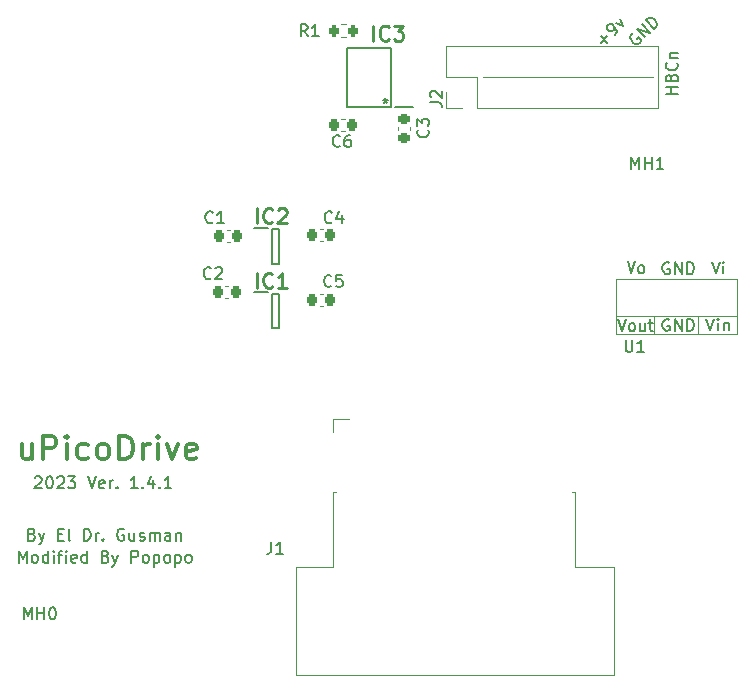
<source format=gto>
G04 #@! TF.GenerationSoftware,KiCad,Pcbnew,7.0.9-7.0.9~ubuntu22.04.1*
G04 #@! TF.CreationDate,2023-11-26T22:36:36+01:00*
G04 #@! TF.ProjectId,MicroPicoDrive,4d696372-6f50-4696-936f-44726976652e,1.4.1*
G04 #@! TF.SameCoordinates,Original*
G04 #@! TF.FileFunction,Legend,Top*
G04 #@! TF.FilePolarity,Positive*
%FSLAX46Y46*%
G04 Gerber Fmt 4.6, Leading zero omitted, Abs format (unit mm)*
G04 Created by KiCad (PCBNEW 7.0.9-7.0.9~ubuntu22.04.1) date 2023-11-26 22:36:36*
%MOMM*%
%LPD*%
G01*
G04 APERTURE LIST*
G04 Aperture macros list*
%AMRoundRect*
0 Rectangle with rounded corners*
0 $1 Rounding radius*
0 $2 $3 $4 $5 $6 $7 $8 $9 X,Y pos of 4 corners*
0 Add a 4 corners polygon primitive as box body*
4,1,4,$2,$3,$4,$5,$6,$7,$8,$9,$2,$3,0*
0 Add four circle primitives for the rounded corners*
1,1,$1+$1,$2,$3*
1,1,$1+$1,$4,$5*
1,1,$1+$1,$6,$7*
1,1,$1+$1,$8,$9*
0 Add four rect primitives between the rounded corners*
20,1,$1+$1,$2,$3,$4,$5,0*
20,1,$1+$1,$4,$5,$6,$7,0*
20,1,$1+$1,$6,$7,$8,$9,0*
20,1,$1+$1,$8,$9,$2,$3,0*%
G04 Aperture macros list end*
%ADD10C,0.100000*%
%ADD11C,0.150000*%
%ADD12C,0.300000*%
%ADD13C,0.254000*%
%ADD14C,0.120000*%
%ADD15C,0.200000*%
%ADD16RoundRect,0.225000X0.225000X0.250000X-0.225000X0.250000X-0.225000X-0.250000X0.225000X-0.250000X0*%
%ADD17C,3.500000*%
%ADD18RoundRect,0.225000X-0.225000X-0.250000X0.225000X-0.250000X0.225000X0.250000X-0.225000X0.250000X0*%
%ADD19R,1.200000X0.600000*%
%ADD20R,1.700000X1.700000*%
%ADD21O,1.700000X1.700000*%
%ADD22RoundRect,0.225000X-0.250000X0.225000X-0.250000X-0.225000X0.250000X-0.225000X0.250000X0.225000X0*%
%ADD23R,1.905000X2.000000*%
%ADD24O,1.905000X2.000000*%
%ADD25R,1.475000X0.450000*%
%ADD26RoundRect,0.200000X-0.200000X-0.275000X0.200000X-0.275000X0.200000X0.275000X-0.200000X0.275000X0*%
%ADD27O,1.800000X1.800000*%
%ADD28O,1.500000X1.500000*%
G04 APERTURE END LIST*
D10*
X158170000Y-80320000D02*
X172570000Y-80325000D01*
D11*
X173970588Y-96042438D02*
X173875350Y-95994819D01*
X173875350Y-95994819D02*
X173732493Y-95994819D01*
X173732493Y-95994819D02*
X173589636Y-96042438D01*
X173589636Y-96042438D02*
X173494398Y-96137676D01*
X173494398Y-96137676D02*
X173446779Y-96232914D01*
X173446779Y-96232914D02*
X173399160Y-96423390D01*
X173399160Y-96423390D02*
X173399160Y-96566247D01*
X173399160Y-96566247D02*
X173446779Y-96756723D01*
X173446779Y-96756723D02*
X173494398Y-96851961D01*
X173494398Y-96851961D02*
X173589636Y-96947200D01*
X173589636Y-96947200D02*
X173732493Y-96994819D01*
X173732493Y-96994819D02*
X173827731Y-96994819D01*
X173827731Y-96994819D02*
X173970588Y-96947200D01*
X173970588Y-96947200D02*
X174018207Y-96899580D01*
X174018207Y-96899580D02*
X174018207Y-96566247D01*
X174018207Y-96566247D02*
X173827731Y-96566247D01*
X174446779Y-96994819D02*
X174446779Y-95994819D01*
X174446779Y-95994819D02*
X175018207Y-96994819D01*
X175018207Y-96994819D02*
X175018207Y-95994819D01*
X175494398Y-96994819D02*
X175494398Y-95994819D01*
X175494398Y-95994819D02*
X175732493Y-95994819D01*
X175732493Y-95994819D02*
X175875350Y-96042438D01*
X175875350Y-96042438D02*
X175970588Y-96137676D01*
X175970588Y-96137676D02*
X176018207Y-96232914D01*
X176018207Y-96232914D02*
X176065826Y-96423390D01*
X176065826Y-96423390D02*
X176065826Y-96566247D01*
X176065826Y-96566247D02*
X176018207Y-96756723D01*
X176018207Y-96756723D02*
X175970588Y-96851961D01*
X175970588Y-96851961D02*
X175875350Y-96947200D01*
X175875350Y-96947200D02*
X175732493Y-96994819D01*
X175732493Y-96994819D02*
X175494398Y-96994819D01*
X173970588Y-100867438D02*
X173875350Y-100819819D01*
X173875350Y-100819819D02*
X173732493Y-100819819D01*
X173732493Y-100819819D02*
X173589636Y-100867438D01*
X173589636Y-100867438D02*
X173494398Y-100962676D01*
X173494398Y-100962676D02*
X173446779Y-101057914D01*
X173446779Y-101057914D02*
X173399160Y-101248390D01*
X173399160Y-101248390D02*
X173399160Y-101391247D01*
X173399160Y-101391247D02*
X173446779Y-101581723D01*
X173446779Y-101581723D02*
X173494398Y-101676961D01*
X173494398Y-101676961D02*
X173589636Y-101772200D01*
X173589636Y-101772200D02*
X173732493Y-101819819D01*
X173732493Y-101819819D02*
X173827731Y-101819819D01*
X173827731Y-101819819D02*
X173970588Y-101772200D01*
X173970588Y-101772200D02*
X174018207Y-101724580D01*
X174018207Y-101724580D02*
X174018207Y-101391247D01*
X174018207Y-101391247D02*
X173827731Y-101391247D01*
X174446779Y-101819819D02*
X174446779Y-100819819D01*
X174446779Y-100819819D02*
X175018207Y-101819819D01*
X175018207Y-101819819D02*
X175018207Y-100819819D01*
X175494398Y-101819819D02*
X175494398Y-100819819D01*
X175494398Y-100819819D02*
X175732493Y-100819819D01*
X175732493Y-100819819D02*
X175875350Y-100867438D01*
X175875350Y-100867438D02*
X175970588Y-100962676D01*
X175970588Y-100962676D02*
X176018207Y-101057914D01*
X176018207Y-101057914D02*
X176065826Y-101248390D01*
X176065826Y-101248390D02*
X176065826Y-101391247D01*
X176065826Y-101391247D02*
X176018207Y-101581723D01*
X176018207Y-101581723D02*
X175970588Y-101676961D01*
X175970588Y-101676961D02*
X175875350Y-101772200D01*
X175875350Y-101772200D02*
X175732493Y-101819819D01*
X175732493Y-101819819D02*
X175494398Y-101819819D01*
X149949636Y-82119819D02*
X149949636Y-82357914D01*
X149711541Y-82262676D02*
X149949636Y-82357914D01*
X149949636Y-82357914D02*
X150187731Y-82262676D01*
X149806779Y-82548390D02*
X149949636Y-82357914D01*
X149949636Y-82357914D02*
X150092493Y-82548390D01*
X170943041Y-76625984D02*
X170842026Y-76659656D01*
X170842026Y-76659656D02*
X170741010Y-76760671D01*
X170741010Y-76760671D02*
X170673667Y-76895358D01*
X170673667Y-76895358D02*
X170673667Y-77030046D01*
X170673667Y-77030046D02*
X170707339Y-77131061D01*
X170707339Y-77131061D02*
X170808354Y-77299420D01*
X170808354Y-77299420D02*
X170909369Y-77400435D01*
X170909369Y-77400435D02*
X171077728Y-77501450D01*
X171077728Y-77501450D02*
X171178743Y-77535122D01*
X171178743Y-77535122D02*
X171313430Y-77535122D01*
X171313430Y-77535122D02*
X171448117Y-77467778D01*
X171448117Y-77467778D02*
X171515461Y-77400435D01*
X171515461Y-77400435D02*
X171582804Y-77265748D01*
X171582804Y-77265748D02*
X171582804Y-77198404D01*
X171582804Y-77198404D02*
X171347102Y-76962702D01*
X171347102Y-76962702D02*
X171212415Y-77097389D01*
X171953193Y-76962702D02*
X171246087Y-76255595D01*
X171246087Y-76255595D02*
X172357254Y-76558641D01*
X172357254Y-76558641D02*
X171650148Y-75851534D01*
X172693972Y-76221924D02*
X171986865Y-75514817D01*
X171986865Y-75514817D02*
X172155224Y-75346458D01*
X172155224Y-75346458D02*
X172289911Y-75279114D01*
X172289911Y-75279114D02*
X172424598Y-75279114D01*
X172424598Y-75279114D02*
X172525613Y-75312786D01*
X172525613Y-75312786D02*
X172693972Y-75413801D01*
X172693972Y-75413801D02*
X172794987Y-75514817D01*
X172794987Y-75514817D02*
X172896002Y-75683175D01*
X172896002Y-75683175D02*
X172929674Y-75784191D01*
X172929674Y-75784191D02*
X172929674Y-75918878D01*
X172929674Y-75918878D02*
X172862331Y-76053565D01*
X172862331Y-76053565D02*
X172693972Y-76221924D01*
X168176713Y-77400435D02*
X168715461Y-76861687D01*
X168715461Y-77400435D02*
X168176713Y-76861687D01*
X169355224Y-76760672D02*
X169489911Y-76625985D01*
X169489911Y-76625985D02*
X169523582Y-76524969D01*
X169523582Y-76524969D02*
X169523582Y-76457626D01*
X169523582Y-76457626D02*
X169489911Y-76289267D01*
X169489911Y-76289267D02*
X169388895Y-76120908D01*
X169388895Y-76120908D02*
X169119521Y-75851534D01*
X169119521Y-75851534D02*
X169018506Y-75817863D01*
X169018506Y-75817863D02*
X168951163Y-75817863D01*
X168951163Y-75817863D02*
X168850147Y-75851534D01*
X168850147Y-75851534D02*
X168715460Y-75986221D01*
X168715460Y-75986221D02*
X168681789Y-76087237D01*
X168681789Y-76087237D02*
X168681789Y-76154580D01*
X168681789Y-76154580D02*
X168715460Y-76255595D01*
X168715460Y-76255595D02*
X168883819Y-76423954D01*
X168883819Y-76423954D02*
X168984834Y-76457626D01*
X168984834Y-76457626D02*
X169052178Y-76457626D01*
X169052178Y-76457626D02*
X169153193Y-76423954D01*
X169153193Y-76423954D02*
X169287880Y-76289267D01*
X169287880Y-76289267D02*
X169321552Y-76188252D01*
X169321552Y-76188252D02*
X169321552Y-76120908D01*
X169321552Y-76120908D02*
X169287880Y-76019893D01*
X169456239Y-75716847D02*
X170096002Y-76019893D01*
X170096002Y-76019893D02*
X169792956Y-75380130D01*
X169679160Y-100829819D02*
X169995826Y-101829819D01*
X169995826Y-101829819D02*
X170312493Y-100829819D01*
X170764874Y-101829819D02*
X170674398Y-101782200D01*
X170674398Y-101782200D02*
X170629160Y-101734580D01*
X170629160Y-101734580D02*
X170583922Y-101639342D01*
X170583922Y-101639342D02*
X170583922Y-101353628D01*
X170583922Y-101353628D02*
X170629160Y-101258390D01*
X170629160Y-101258390D02*
X170674398Y-101210771D01*
X170674398Y-101210771D02*
X170764874Y-101163152D01*
X170764874Y-101163152D02*
X170900589Y-101163152D01*
X170900589Y-101163152D02*
X170991065Y-101210771D01*
X170991065Y-101210771D02*
X171036303Y-101258390D01*
X171036303Y-101258390D02*
X171081541Y-101353628D01*
X171081541Y-101353628D02*
X171081541Y-101639342D01*
X171081541Y-101639342D02*
X171036303Y-101734580D01*
X171036303Y-101734580D02*
X170991065Y-101782200D01*
X170991065Y-101782200D02*
X170900589Y-101829819D01*
X170900589Y-101829819D02*
X170764874Y-101829819D01*
X171895827Y-101163152D02*
X171895827Y-101829819D01*
X171488684Y-101163152D02*
X171488684Y-101686961D01*
X171488684Y-101686961D02*
X171533922Y-101782200D01*
X171533922Y-101782200D02*
X171624398Y-101829819D01*
X171624398Y-101829819D02*
X171760113Y-101829819D01*
X171760113Y-101829819D02*
X171850589Y-101782200D01*
X171850589Y-101782200D02*
X171895827Y-101734580D01*
X172212494Y-101163152D02*
X172574398Y-101163152D01*
X172348208Y-100829819D02*
X172348208Y-101686961D01*
X172348208Y-101686961D02*
X172393446Y-101782200D01*
X172393446Y-101782200D02*
X172483922Y-101829819D01*
X172483922Y-101829819D02*
X172574398Y-101829819D01*
X120264286Y-114225057D02*
X120311905Y-114177438D01*
X120311905Y-114177438D02*
X120407143Y-114129819D01*
X120407143Y-114129819D02*
X120645238Y-114129819D01*
X120645238Y-114129819D02*
X120740476Y-114177438D01*
X120740476Y-114177438D02*
X120788095Y-114225057D01*
X120788095Y-114225057D02*
X120835714Y-114320295D01*
X120835714Y-114320295D02*
X120835714Y-114415533D01*
X120835714Y-114415533D02*
X120788095Y-114558390D01*
X120788095Y-114558390D02*
X120216667Y-115129819D01*
X120216667Y-115129819D02*
X120835714Y-115129819D01*
X121454762Y-114129819D02*
X121550000Y-114129819D01*
X121550000Y-114129819D02*
X121645238Y-114177438D01*
X121645238Y-114177438D02*
X121692857Y-114225057D01*
X121692857Y-114225057D02*
X121740476Y-114320295D01*
X121740476Y-114320295D02*
X121788095Y-114510771D01*
X121788095Y-114510771D02*
X121788095Y-114748866D01*
X121788095Y-114748866D02*
X121740476Y-114939342D01*
X121740476Y-114939342D02*
X121692857Y-115034580D01*
X121692857Y-115034580D02*
X121645238Y-115082200D01*
X121645238Y-115082200D02*
X121550000Y-115129819D01*
X121550000Y-115129819D02*
X121454762Y-115129819D01*
X121454762Y-115129819D02*
X121359524Y-115082200D01*
X121359524Y-115082200D02*
X121311905Y-115034580D01*
X121311905Y-115034580D02*
X121264286Y-114939342D01*
X121264286Y-114939342D02*
X121216667Y-114748866D01*
X121216667Y-114748866D02*
X121216667Y-114510771D01*
X121216667Y-114510771D02*
X121264286Y-114320295D01*
X121264286Y-114320295D02*
X121311905Y-114225057D01*
X121311905Y-114225057D02*
X121359524Y-114177438D01*
X121359524Y-114177438D02*
X121454762Y-114129819D01*
X122169048Y-114225057D02*
X122216667Y-114177438D01*
X122216667Y-114177438D02*
X122311905Y-114129819D01*
X122311905Y-114129819D02*
X122550000Y-114129819D01*
X122550000Y-114129819D02*
X122645238Y-114177438D01*
X122645238Y-114177438D02*
X122692857Y-114225057D01*
X122692857Y-114225057D02*
X122740476Y-114320295D01*
X122740476Y-114320295D02*
X122740476Y-114415533D01*
X122740476Y-114415533D02*
X122692857Y-114558390D01*
X122692857Y-114558390D02*
X122121429Y-115129819D01*
X122121429Y-115129819D02*
X122740476Y-115129819D01*
X123073810Y-114129819D02*
X123692857Y-114129819D01*
X123692857Y-114129819D02*
X123359524Y-114510771D01*
X123359524Y-114510771D02*
X123502381Y-114510771D01*
X123502381Y-114510771D02*
X123597619Y-114558390D01*
X123597619Y-114558390D02*
X123645238Y-114606009D01*
X123645238Y-114606009D02*
X123692857Y-114701247D01*
X123692857Y-114701247D02*
X123692857Y-114939342D01*
X123692857Y-114939342D02*
X123645238Y-115034580D01*
X123645238Y-115034580D02*
X123597619Y-115082200D01*
X123597619Y-115082200D02*
X123502381Y-115129819D01*
X123502381Y-115129819D02*
X123216667Y-115129819D01*
X123216667Y-115129819D02*
X123121429Y-115082200D01*
X123121429Y-115082200D02*
X123073810Y-115034580D01*
X124740477Y-114129819D02*
X125073810Y-115129819D01*
X125073810Y-115129819D02*
X125407143Y-114129819D01*
X126121429Y-115082200D02*
X126026191Y-115129819D01*
X126026191Y-115129819D02*
X125835715Y-115129819D01*
X125835715Y-115129819D02*
X125740477Y-115082200D01*
X125740477Y-115082200D02*
X125692858Y-114986961D01*
X125692858Y-114986961D02*
X125692858Y-114606009D01*
X125692858Y-114606009D02*
X125740477Y-114510771D01*
X125740477Y-114510771D02*
X125835715Y-114463152D01*
X125835715Y-114463152D02*
X126026191Y-114463152D01*
X126026191Y-114463152D02*
X126121429Y-114510771D01*
X126121429Y-114510771D02*
X126169048Y-114606009D01*
X126169048Y-114606009D02*
X126169048Y-114701247D01*
X126169048Y-114701247D02*
X125692858Y-114796485D01*
X126597620Y-115129819D02*
X126597620Y-114463152D01*
X126597620Y-114653628D02*
X126645239Y-114558390D01*
X126645239Y-114558390D02*
X126692858Y-114510771D01*
X126692858Y-114510771D02*
X126788096Y-114463152D01*
X126788096Y-114463152D02*
X126883334Y-114463152D01*
X127216668Y-115034580D02*
X127264287Y-115082200D01*
X127264287Y-115082200D02*
X127216668Y-115129819D01*
X127216668Y-115129819D02*
X127169049Y-115082200D01*
X127169049Y-115082200D02*
X127216668Y-115034580D01*
X127216668Y-115034580D02*
X127216668Y-115129819D01*
X128978572Y-115129819D02*
X128407144Y-115129819D01*
X128692858Y-115129819D02*
X128692858Y-114129819D01*
X128692858Y-114129819D02*
X128597620Y-114272676D01*
X128597620Y-114272676D02*
X128502382Y-114367914D01*
X128502382Y-114367914D02*
X128407144Y-114415533D01*
X129407144Y-115034580D02*
X129454763Y-115082200D01*
X129454763Y-115082200D02*
X129407144Y-115129819D01*
X129407144Y-115129819D02*
X129359525Y-115082200D01*
X129359525Y-115082200D02*
X129407144Y-115034580D01*
X129407144Y-115034580D02*
X129407144Y-115129819D01*
X130311905Y-114463152D02*
X130311905Y-115129819D01*
X130073810Y-114082200D02*
X129835715Y-114796485D01*
X129835715Y-114796485D02*
X130454762Y-114796485D01*
X130835715Y-115034580D02*
X130883334Y-115082200D01*
X130883334Y-115082200D02*
X130835715Y-115129819D01*
X130835715Y-115129819D02*
X130788096Y-115082200D01*
X130788096Y-115082200D02*
X130835715Y-115034580D01*
X130835715Y-115034580D02*
X130835715Y-115129819D01*
X131835714Y-115129819D02*
X131264286Y-115129819D01*
X131550000Y-115129819D02*
X131550000Y-114129819D01*
X131550000Y-114129819D02*
X131454762Y-114272676D01*
X131454762Y-114272676D02*
X131359524Y-114367914D01*
X131359524Y-114367914D02*
X131264286Y-114415533D01*
X118914285Y-121429819D02*
X118914285Y-120429819D01*
X118914285Y-120429819D02*
X119247618Y-121144104D01*
X119247618Y-121144104D02*
X119580951Y-120429819D01*
X119580951Y-120429819D02*
X119580951Y-121429819D01*
X120199999Y-121429819D02*
X120104761Y-121382200D01*
X120104761Y-121382200D02*
X120057142Y-121334580D01*
X120057142Y-121334580D02*
X120009523Y-121239342D01*
X120009523Y-121239342D02*
X120009523Y-120953628D01*
X120009523Y-120953628D02*
X120057142Y-120858390D01*
X120057142Y-120858390D02*
X120104761Y-120810771D01*
X120104761Y-120810771D02*
X120199999Y-120763152D01*
X120199999Y-120763152D02*
X120342856Y-120763152D01*
X120342856Y-120763152D02*
X120438094Y-120810771D01*
X120438094Y-120810771D02*
X120485713Y-120858390D01*
X120485713Y-120858390D02*
X120533332Y-120953628D01*
X120533332Y-120953628D02*
X120533332Y-121239342D01*
X120533332Y-121239342D02*
X120485713Y-121334580D01*
X120485713Y-121334580D02*
X120438094Y-121382200D01*
X120438094Y-121382200D02*
X120342856Y-121429819D01*
X120342856Y-121429819D02*
X120199999Y-121429819D01*
X121390475Y-121429819D02*
X121390475Y-120429819D01*
X121390475Y-121382200D02*
X121295237Y-121429819D01*
X121295237Y-121429819D02*
X121104761Y-121429819D01*
X121104761Y-121429819D02*
X121009523Y-121382200D01*
X121009523Y-121382200D02*
X120961904Y-121334580D01*
X120961904Y-121334580D02*
X120914285Y-121239342D01*
X120914285Y-121239342D02*
X120914285Y-120953628D01*
X120914285Y-120953628D02*
X120961904Y-120858390D01*
X120961904Y-120858390D02*
X121009523Y-120810771D01*
X121009523Y-120810771D02*
X121104761Y-120763152D01*
X121104761Y-120763152D02*
X121295237Y-120763152D01*
X121295237Y-120763152D02*
X121390475Y-120810771D01*
X121866666Y-121429819D02*
X121866666Y-120763152D01*
X121866666Y-120429819D02*
X121819047Y-120477438D01*
X121819047Y-120477438D02*
X121866666Y-120525057D01*
X121866666Y-120525057D02*
X121914285Y-120477438D01*
X121914285Y-120477438D02*
X121866666Y-120429819D01*
X121866666Y-120429819D02*
X121866666Y-120525057D01*
X122199999Y-120763152D02*
X122580951Y-120763152D01*
X122342856Y-121429819D02*
X122342856Y-120572676D01*
X122342856Y-120572676D02*
X122390475Y-120477438D01*
X122390475Y-120477438D02*
X122485713Y-120429819D01*
X122485713Y-120429819D02*
X122580951Y-120429819D01*
X122914285Y-121429819D02*
X122914285Y-120763152D01*
X122914285Y-120429819D02*
X122866666Y-120477438D01*
X122866666Y-120477438D02*
X122914285Y-120525057D01*
X122914285Y-120525057D02*
X122961904Y-120477438D01*
X122961904Y-120477438D02*
X122914285Y-120429819D01*
X122914285Y-120429819D02*
X122914285Y-120525057D01*
X123771427Y-121382200D02*
X123676189Y-121429819D01*
X123676189Y-121429819D02*
X123485713Y-121429819D01*
X123485713Y-121429819D02*
X123390475Y-121382200D01*
X123390475Y-121382200D02*
X123342856Y-121286961D01*
X123342856Y-121286961D02*
X123342856Y-120906009D01*
X123342856Y-120906009D02*
X123390475Y-120810771D01*
X123390475Y-120810771D02*
X123485713Y-120763152D01*
X123485713Y-120763152D02*
X123676189Y-120763152D01*
X123676189Y-120763152D02*
X123771427Y-120810771D01*
X123771427Y-120810771D02*
X123819046Y-120906009D01*
X123819046Y-120906009D02*
X123819046Y-121001247D01*
X123819046Y-121001247D02*
X123342856Y-121096485D01*
X124676189Y-121429819D02*
X124676189Y-120429819D01*
X124676189Y-121382200D02*
X124580951Y-121429819D01*
X124580951Y-121429819D02*
X124390475Y-121429819D01*
X124390475Y-121429819D02*
X124295237Y-121382200D01*
X124295237Y-121382200D02*
X124247618Y-121334580D01*
X124247618Y-121334580D02*
X124199999Y-121239342D01*
X124199999Y-121239342D02*
X124199999Y-120953628D01*
X124199999Y-120953628D02*
X124247618Y-120858390D01*
X124247618Y-120858390D02*
X124295237Y-120810771D01*
X124295237Y-120810771D02*
X124390475Y-120763152D01*
X124390475Y-120763152D02*
X124580951Y-120763152D01*
X124580951Y-120763152D02*
X124676189Y-120810771D01*
X126247618Y-120906009D02*
X126390475Y-120953628D01*
X126390475Y-120953628D02*
X126438094Y-121001247D01*
X126438094Y-121001247D02*
X126485713Y-121096485D01*
X126485713Y-121096485D02*
X126485713Y-121239342D01*
X126485713Y-121239342D02*
X126438094Y-121334580D01*
X126438094Y-121334580D02*
X126390475Y-121382200D01*
X126390475Y-121382200D02*
X126295237Y-121429819D01*
X126295237Y-121429819D02*
X125914285Y-121429819D01*
X125914285Y-121429819D02*
X125914285Y-120429819D01*
X125914285Y-120429819D02*
X126247618Y-120429819D01*
X126247618Y-120429819D02*
X126342856Y-120477438D01*
X126342856Y-120477438D02*
X126390475Y-120525057D01*
X126390475Y-120525057D02*
X126438094Y-120620295D01*
X126438094Y-120620295D02*
X126438094Y-120715533D01*
X126438094Y-120715533D02*
X126390475Y-120810771D01*
X126390475Y-120810771D02*
X126342856Y-120858390D01*
X126342856Y-120858390D02*
X126247618Y-120906009D01*
X126247618Y-120906009D02*
X125914285Y-120906009D01*
X126819047Y-120763152D02*
X127057142Y-121429819D01*
X127295237Y-120763152D02*
X127057142Y-121429819D01*
X127057142Y-121429819D02*
X126961904Y-121667914D01*
X126961904Y-121667914D02*
X126914285Y-121715533D01*
X126914285Y-121715533D02*
X126819047Y-121763152D01*
X128438095Y-121429819D02*
X128438095Y-120429819D01*
X128438095Y-120429819D02*
X128819047Y-120429819D01*
X128819047Y-120429819D02*
X128914285Y-120477438D01*
X128914285Y-120477438D02*
X128961904Y-120525057D01*
X128961904Y-120525057D02*
X129009523Y-120620295D01*
X129009523Y-120620295D02*
X129009523Y-120763152D01*
X129009523Y-120763152D02*
X128961904Y-120858390D01*
X128961904Y-120858390D02*
X128914285Y-120906009D01*
X128914285Y-120906009D02*
X128819047Y-120953628D01*
X128819047Y-120953628D02*
X128438095Y-120953628D01*
X129580952Y-121429819D02*
X129485714Y-121382200D01*
X129485714Y-121382200D02*
X129438095Y-121334580D01*
X129438095Y-121334580D02*
X129390476Y-121239342D01*
X129390476Y-121239342D02*
X129390476Y-120953628D01*
X129390476Y-120953628D02*
X129438095Y-120858390D01*
X129438095Y-120858390D02*
X129485714Y-120810771D01*
X129485714Y-120810771D02*
X129580952Y-120763152D01*
X129580952Y-120763152D02*
X129723809Y-120763152D01*
X129723809Y-120763152D02*
X129819047Y-120810771D01*
X129819047Y-120810771D02*
X129866666Y-120858390D01*
X129866666Y-120858390D02*
X129914285Y-120953628D01*
X129914285Y-120953628D02*
X129914285Y-121239342D01*
X129914285Y-121239342D02*
X129866666Y-121334580D01*
X129866666Y-121334580D02*
X129819047Y-121382200D01*
X129819047Y-121382200D02*
X129723809Y-121429819D01*
X129723809Y-121429819D02*
X129580952Y-121429819D01*
X130342857Y-120763152D02*
X130342857Y-121763152D01*
X130342857Y-120810771D02*
X130438095Y-120763152D01*
X130438095Y-120763152D02*
X130628571Y-120763152D01*
X130628571Y-120763152D02*
X130723809Y-120810771D01*
X130723809Y-120810771D02*
X130771428Y-120858390D01*
X130771428Y-120858390D02*
X130819047Y-120953628D01*
X130819047Y-120953628D02*
X130819047Y-121239342D01*
X130819047Y-121239342D02*
X130771428Y-121334580D01*
X130771428Y-121334580D02*
X130723809Y-121382200D01*
X130723809Y-121382200D02*
X130628571Y-121429819D01*
X130628571Y-121429819D02*
X130438095Y-121429819D01*
X130438095Y-121429819D02*
X130342857Y-121382200D01*
X131390476Y-121429819D02*
X131295238Y-121382200D01*
X131295238Y-121382200D02*
X131247619Y-121334580D01*
X131247619Y-121334580D02*
X131200000Y-121239342D01*
X131200000Y-121239342D02*
X131200000Y-120953628D01*
X131200000Y-120953628D02*
X131247619Y-120858390D01*
X131247619Y-120858390D02*
X131295238Y-120810771D01*
X131295238Y-120810771D02*
X131390476Y-120763152D01*
X131390476Y-120763152D02*
X131533333Y-120763152D01*
X131533333Y-120763152D02*
X131628571Y-120810771D01*
X131628571Y-120810771D02*
X131676190Y-120858390D01*
X131676190Y-120858390D02*
X131723809Y-120953628D01*
X131723809Y-120953628D02*
X131723809Y-121239342D01*
X131723809Y-121239342D02*
X131676190Y-121334580D01*
X131676190Y-121334580D02*
X131628571Y-121382200D01*
X131628571Y-121382200D02*
X131533333Y-121429819D01*
X131533333Y-121429819D02*
X131390476Y-121429819D01*
X132152381Y-120763152D02*
X132152381Y-121763152D01*
X132152381Y-120810771D02*
X132247619Y-120763152D01*
X132247619Y-120763152D02*
X132438095Y-120763152D01*
X132438095Y-120763152D02*
X132533333Y-120810771D01*
X132533333Y-120810771D02*
X132580952Y-120858390D01*
X132580952Y-120858390D02*
X132628571Y-120953628D01*
X132628571Y-120953628D02*
X132628571Y-121239342D01*
X132628571Y-121239342D02*
X132580952Y-121334580D01*
X132580952Y-121334580D02*
X132533333Y-121382200D01*
X132533333Y-121382200D02*
X132438095Y-121429819D01*
X132438095Y-121429819D02*
X132247619Y-121429819D01*
X132247619Y-121429819D02*
X132152381Y-121382200D01*
X133200000Y-121429819D02*
X133104762Y-121382200D01*
X133104762Y-121382200D02*
X133057143Y-121334580D01*
X133057143Y-121334580D02*
X133009524Y-121239342D01*
X133009524Y-121239342D02*
X133009524Y-120953628D01*
X133009524Y-120953628D02*
X133057143Y-120858390D01*
X133057143Y-120858390D02*
X133104762Y-120810771D01*
X133104762Y-120810771D02*
X133200000Y-120763152D01*
X133200000Y-120763152D02*
X133342857Y-120763152D01*
X133342857Y-120763152D02*
X133438095Y-120810771D01*
X133438095Y-120810771D02*
X133485714Y-120858390D01*
X133485714Y-120858390D02*
X133533333Y-120953628D01*
X133533333Y-120953628D02*
X133533333Y-121239342D01*
X133533333Y-121239342D02*
X133485714Y-121334580D01*
X133485714Y-121334580D02*
X133438095Y-121382200D01*
X133438095Y-121382200D02*
X133342857Y-121429819D01*
X133342857Y-121429819D02*
X133200000Y-121429819D01*
X174689819Y-81738220D02*
X173689819Y-81738220D01*
X174166009Y-81738220D02*
X174166009Y-81166792D01*
X174689819Y-81166792D02*
X173689819Y-81166792D01*
X174166009Y-80357268D02*
X174213628Y-80214411D01*
X174213628Y-80214411D02*
X174261247Y-80166792D01*
X174261247Y-80166792D02*
X174356485Y-80119173D01*
X174356485Y-80119173D02*
X174499342Y-80119173D01*
X174499342Y-80119173D02*
X174594580Y-80166792D01*
X174594580Y-80166792D02*
X174642200Y-80214411D01*
X174642200Y-80214411D02*
X174689819Y-80309649D01*
X174689819Y-80309649D02*
X174689819Y-80690601D01*
X174689819Y-80690601D02*
X173689819Y-80690601D01*
X173689819Y-80690601D02*
X173689819Y-80357268D01*
X173689819Y-80357268D02*
X173737438Y-80262030D01*
X173737438Y-80262030D02*
X173785057Y-80214411D01*
X173785057Y-80214411D02*
X173880295Y-80166792D01*
X173880295Y-80166792D02*
X173975533Y-80166792D01*
X173975533Y-80166792D02*
X174070771Y-80214411D01*
X174070771Y-80214411D02*
X174118390Y-80262030D01*
X174118390Y-80262030D02*
X174166009Y-80357268D01*
X174166009Y-80357268D02*
X174166009Y-80690601D01*
X174594580Y-79119173D02*
X174642200Y-79166792D01*
X174642200Y-79166792D02*
X174689819Y-79309649D01*
X174689819Y-79309649D02*
X174689819Y-79404887D01*
X174689819Y-79404887D02*
X174642200Y-79547744D01*
X174642200Y-79547744D02*
X174546961Y-79642982D01*
X174546961Y-79642982D02*
X174451723Y-79690601D01*
X174451723Y-79690601D02*
X174261247Y-79738220D01*
X174261247Y-79738220D02*
X174118390Y-79738220D01*
X174118390Y-79738220D02*
X173927914Y-79690601D01*
X173927914Y-79690601D02*
X173832676Y-79642982D01*
X173832676Y-79642982D02*
X173737438Y-79547744D01*
X173737438Y-79547744D02*
X173689819Y-79404887D01*
X173689819Y-79404887D02*
X173689819Y-79309649D01*
X173689819Y-79309649D02*
X173737438Y-79166792D01*
X173737438Y-79166792D02*
X173785057Y-79119173D01*
X174023152Y-78690601D02*
X174689819Y-78690601D01*
X174118390Y-78690601D02*
X174070771Y-78642982D01*
X174070771Y-78642982D02*
X174023152Y-78547744D01*
X174023152Y-78547744D02*
X174023152Y-78404887D01*
X174023152Y-78404887D02*
X174070771Y-78309649D01*
X174070771Y-78309649D02*
X174166009Y-78262030D01*
X174166009Y-78262030D02*
X174689819Y-78262030D01*
X177103922Y-100769819D02*
X177437255Y-101769819D01*
X177437255Y-101769819D02*
X177770588Y-100769819D01*
X178103922Y-101769819D02*
X178103922Y-101103152D01*
X178103922Y-100769819D02*
X178056303Y-100817438D01*
X178056303Y-100817438D02*
X178103922Y-100865057D01*
X178103922Y-100865057D02*
X178151541Y-100817438D01*
X178151541Y-100817438D02*
X178103922Y-100769819D01*
X178103922Y-100769819D02*
X178103922Y-100865057D01*
X178580112Y-101103152D02*
X178580112Y-101769819D01*
X178580112Y-101198390D02*
X178627731Y-101150771D01*
X178627731Y-101150771D02*
X178722969Y-101103152D01*
X178722969Y-101103152D02*
X178865826Y-101103152D01*
X178865826Y-101103152D02*
X178961064Y-101150771D01*
X178961064Y-101150771D02*
X179008683Y-101246009D01*
X179008683Y-101246009D02*
X179008683Y-101769819D01*
X120032142Y-119031009D02*
X120174999Y-119078628D01*
X120174999Y-119078628D02*
X120222618Y-119126247D01*
X120222618Y-119126247D02*
X120270237Y-119221485D01*
X120270237Y-119221485D02*
X120270237Y-119364342D01*
X120270237Y-119364342D02*
X120222618Y-119459580D01*
X120222618Y-119459580D02*
X120174999Y-119507200D01*
X120174999Y-119507200D02*
X120079761Y-119554819D01*
X120079761Y-119554819D02*
X119698809Y-119554819D01*
X119698809Y-119554819D02*
X119698809Y-118554819D01*
X119698809Y-118554819D02*
X120032142Y-118554819D01*
X120032142Y-118554819D02*
X120127380Y-118602438D01*
X120127380Y-118602438D02*
X120174999Y-118650057D01*
X120174999Y-118650057D02*
X120222618Y-118745295D01*
X120222618Y-118745295D02*
X120222618Y-118840533D01*
X120222618Y-118840533D02*
X120174999Y-118935771D01*
X120174999Y-118935771D02*
X120127380Y-118983390D01*
X120127380Y-118983390D02*
X120032142Y-119031009D01*
X120032142Y-119031009D02*
X119698809Y-119031009D01*
X120603571Y-118888152D02*
X120841666Y-119554819D01*
X121079761Y-118888152D02*
X120841666Y-119554819D01*
X120841666Y-119554819D02*
X120746428Y-119792914D01*
X120746428Y-119792914D02*
X120698809Y-119840533D01*
X120698809Y-119840533D02*
X120603571Y-119888152D01*
X122222619Y-119031009D02*
X122555952Y-119031009D01*
X122698809Y-119554819D02*
X122222619Y-119554819D01*
X122222619Y-119554819D02*
X122222619Y-118554819D01*
X122222619Y-118554819D02*
X122698809Y-118554819D01*
X123270238Y-119554819D02*
X123175000Y-119507200D01*
X123175000Y-119507200D02*
X123127381Y-119411961D01*
X123127381Y-119411961D02*
X123127381Y-118554819D01*
X124413096Y-119554819D02*
X124413096Y-118554819D01*
X124413096Y-118554819D02*
X124651191Y-118554819D01*
X124651191Y-118554819D02*
X124794048Y-118602438D01*
X124794048Y-118602438D02*
X124889286Y-118697676D01*
X124889286Y-118697676D02*
X124936905Y-118792914D01*
X124936905Y-118792914D02*
X124984524Y-118983390D01*
X124984524Y-118983390D02*
X124984524Y-119126247D01*
X124984524Y-119126247D02*
X124936905Y-119316723D01*
X124936905Y-119316723D02*
X124889286Y-119411961D01*
X124889286Y-119411961D02*
X124794048Y-119507200D01*
X124794048Y-119507200D02*
X124651191Y-119554819D01*
X124651191Y-119554819D02*
X124413096Y-119554819D01*
X125413096Y-119554819D02*
X125413096Y-118888152D01*
X125413096Y-119078628D02*
X125460715Y-118983390D01*
X125460715Y-118983390D02*
X125508334Y-118935771D01*
X125508334Y-118935771D02*
X125603572Y-118888152D01*
X125603572Y-118888152D02*
X125698810Y-118888152D01*
X126032144Y-119459580D02*
X126079763Y-119507200D01*
X126079763Y-119507200D02*
X126032144Y-119554819D01*
X126032144Y-119554819D02*
X125984525Y-119507200D01*
X125984525Y-119507200D02*
X126032144Y-119459580D01*
X126032144Y-119459580D02*
X126032144Y-119554819D01*
X127794048Y-118602438D02*
X127698810Y-118554819D01*
X127698810Y-118554819D02*
X127555953Y-118554819D01*
X127555953Y-118554819D02*
X127413096Y-118602438D01*
X127413096Y-118602438D02*
X127317858Y-118697676D01*
X127317858Y-118697676D02*
X127270239Y-118792914D01*
X127270239Y-118792914D02*
X127222620Y-118983390D01*
X127222620Y-118983390D02*
X127222620Y-119126247D01*
X127222620Y-119126247D02*
X127270239Y-119316723D01*
X127270239Y-119316723D02*
X127317858Y-119411961D01*
X127317858Y-119411961D02*
X127413096Y-119507200D01*
X127413096Y-119507200D02*
X127555953Y-119554819D01*
X127555953Y-119554819D02*
X127651191Y-119554819D01*
X127651191Y-119554819D02*
X127794048Y-119507200D01*
X127794048Y-119507200D02*
X127841667Y-119459580D01*
X127841667Y-119459580D02*
X127841667Y-119126247D01*
X127841667Y-119126247D02*
X127651191Y-119126247D01*
X128698810Y-118888152D02*
X128698810Y-119554819D01*
X128270239Y-118888152D02*
X128270239Y-119411961D01*
X128270239Y-119411961D02*
X128317858Y-119507200D01*
X128317858Y-119507200D02*
X128413096Y-119554819D01*
X128413096Y-119554819D02*
X128555953Y-119554819D01*
X128555953Y-119554819D02*
X128651191Y-119507200D01*
X128651191Y-119507200D02*
X128698810Y-119459580D01*
X129127382Y-119507200D02*
X129222620Y-119554819D01*
X129222620Y-119554819D02*
X129413096Y-119554819D01*
X129413096Y-119554819D02*
X129508334Y-119507200D01*
X129508334Y-119507200D02*
X129555953Y-119411961D01*
X129555953Y-119411961D02*
X129555953Y-119364342D01*
X129555953Y-119364342D02*
X129508334Y-119269104D01*
X129508334Y-119269104D02*
X129413096Y-119221485D01*
X129413096Y-119221485D02*
X129270239Y-119221485D01*
X129270239Y-119221485D02*
X129175001Y-119173866D01*
X129175001Y-119173866D02*
X129127382Y-119078628D01*
X129127382Y-119078628D02*
X129127382Y-119031009D01*
X129127382Y-119031009D02*
X129175001Y-118935771D01*
X129175001Y-118935771D02*
X129270239Y-118888152D01*
X129270239Y-118888152D02*
X129413096Y-118888152D01*
X129413096Y-118888152D02*
X129508334Y-118935771D01*
X129984525Y-119554819D02*
X129984525Y-118888152D01*
X129984525Y-118983390D02*
X130032144Y-118935771D01*
X130032144Y-118935771D02*
X130127382Y-118888152D01*
X130127382Y-118888152D02*
X130270239Y-118888152D01*
X130270239Y-118888152D02*
X130365477Y-118935771D01*
X130365477Y-118935771D02*
X130413096Y-119031009D01*
X130413096Y-119031009D02*
X130413096Y-119554819D01*
X130413096Y-119031009D02*
X130460715Y-118935771D01*
X130460715Y-118935771D02*
X130555953Y-118888152D01*
X130555953Y-118888152D02*
X130698810Y-118888152D01*
X130698810Y-118888152D02*
X130794049Y-118935771D01*
X130794049Y-118935771D02*
X130841668Y-119031009D01*
X130841668Y-119031009D02*
X130841668Y-119554819D01*
X131746429Y-119554819D02*
X131746429Y-119031009D01*
X131746429Y-119031009D02*
X131698810Y-118935771D01*
X131698810Y-118935771D02*
X131603572Y-118888152D01*
X131603572Y-118888152D02*
X131413096Y-118888152D01*
X131413096Y-118888152D02*
X131317858Y-118935771D01*
X131746429Y-119507200D02*
X131651191Y-119554819D01*
X131651191Y-119554819D02*
X131413096Y-119554819D01*
X131413096Y-119554819D02*
X131317858Y-119507200D01*
X131317858Y-119507200D02*
X131270239Y-119411961D01*
X131270239Y-119411961D02*
X131270239Y-119316723D01*
X131270239Y-119316723D02*
X131317858Y-119221485D01*
X131317858Y-119221485D02*
X131413096Y-119173866D01*
X131413096Y-119173866D02*
X131651191Y-119173866D01*
X131651191Y-119173866D02*
X131746429Y-119126247D01*
X132222620Y-118888152D02*
X132222620Y-119554819D01*
X132222620Y-118983390D02*
X132270239Y-118935771D01*
X132270239Y-118935771D02*
X132365477Y-118888152D01*
X132365477Y-118888152D02*
X132508334Y-118888152D01*
X132508334Y-118888152D02*
X132603572Y-118935771D01*
X132603572Y-118935771D02*
X132651191Y-119031009D01*
X132651191Y-119031009D02*
X132651191Y-119554819D01*
X170464160Y-95919819D02*
X170780826Y-96919819D01*
X170780826Y-96919819D02*
X171097493Y-95919819D01*
X171549874Y-96919819D02*
X171459398Y-96872200D01*
X171459398Y-96872200D02*
X171414160Y-96824580D01*
X171414160Y-96824580D02*
X171368922Y-96729342D01*
X171368922Y-96729342D02*
X171368922Y-96443628D01*
X171368922Y-96443628D02*
X171414160Y-96348390D01*
X171414160Y-96348390D02*
X171459398Y-96300771D01*
X171459398Y-96300771D02*
X171549874Y-96253152D01*
X171549874Y-96253152D02*
X171685589Y-96253152D01*
X171685589Y-96253152D02*
X171776065Y-96300771D01*
X171776065Y-96300771D02*
X171821303Y-96348390D01*
X171821303Y-96348390D02*
X171866541Y-96443628D01*
X171866541Y-96443628D02*
X171866541Y-96729342D01*
X171866541Y-96729342D02*
X171821303Y-96824580D01*
X171821303Y-96824580D02*
X171776065Y-96872200D01*
X171776065Y-96872200D02*
X171685589Y-96919819D01*
X171685589Y-96919819D02*
X171549874Y-96919819D01*
X177568922Y-95944819D02*
X177902255Y-96944819D01*
X177902255Y-96944819D02*
X178235588Y-95944819D01*
X178568922Y-96944819D02*
X178568922Y-96278152D01*
X178568922Y-95944819D02*
X178521303Y-95992438D01*
X178521303Y-95992438D02*
X178568922Y-96040057D01*
X178568922Y-96040057D02*
X178616541Y-95992438D01*
X178616541Y-95992438D02*
X178568922Y-95944819D01*
X178568922Y-95944819D02*
X178568922Y-96040057D01*
D12*
X120001190Y-111351304D02*
X120001190Y-112684638D01*
X119144047Y-111351304D02*
X119144047Y-112398923D01*
X119144047Y-112398923D02*
X119239285Y-112589400D01*
X119239285Y-112589400D02*
X119429761Y-112684638D01*
X119429761Y-112684638D02*
X119715476Y-112684638D01*
X119715476Y-112684638D02*
X119905952Y-112589400D01*
X119905952Y-112589400D02*
X120001190Y-112494161D01*
X120953571Y-112684638D02*
X120953571Y-110684638D01*
X120953571Y-110684638D02*
X121715476Y-110684638D01*
X121715476Y-110684638D02*
X121905952Y-110779876D01*
X121905952Y-110779876D02*
X122001190Y-110875114D01*
X122001190Y-110875114D02*
X122096428Y-111065590D01*
X122096428Y-111065590D02*
X122096428Y-111351304D01*
X122096428Y-111351304D02*
X122001190Y-111541780D01*
X122001190Y-111541780D02*
X121905952Y-111637019D01*
X121905952Y-111637019D02*
X121715476Y-111732257D01*
X121715476Y-111732257D02*
X120953571Y-111732257D01*
X122953571Y-112684638D02*
X122953571Y-111351304D01*
X122953571Y-110684638D02*
X122858333Y-110779876D01*
X122858333Y-110779876D02*
X122953571Y-110875114D01*
X122953571Y-110875114D02*
X123048809Y-110779876D01*
X123048809Y-110779876D02*
X122953571Y-110684638D01*
X122953571Y-110684638D02*
X122953571Y-110875114D01*
X124763095Y-112589400D02*
X124572619Y-112684638D01*
X124572619Y-112684638D02*
X124191666Y-112684638D01*
X124191666Y-112684638D02*
X124001190Y-112589400D01*
X124001190Y-112589400D02*
X123905952Y-112494161D01*
X123905952Y-112494161D02*
X123810714Y-112303685D01*
X123810714Y-112303685D02*
X123810714Y-111732257D01*
X123810714Y-111732257D02*
X123905952Y-111541780D01*
X123905952Y-111541780D02*
X124001190Y-111446542D01*
X124001190Y-111446542D02*
X124191666Y-111351304D01*
X124191666Y-111351304D02*
X124572619Y-111351304D01*
X124572619Y-111351304D02*
X124763095Y-111446542D01*
X125905952Y-112684638D02*
X125715476Y-112589400D01*
X125715476Y-112589400D02*
X125620238Y-112494161D01*
X125620238Y-112494161D02*
X125525000Y-112303685D01*
X125525000Y-112303685D02*
X125525000Y-111732257D01*
X125525000Y-111732257D02*
X125620238Y-111541780D01*
X125620238Y-111541780D02*
X125715476Y-111446542D01*
X125715476Y-111446542D02*
X125905952Y-111351304D01*
X125905952Y-111351304D02*
X126191667Y-111351304D01*
X126191667Y-111351304D02*
X126382143Y-111446542D01*
X126382143Y-111446542D02*
X126477381Y-111541780D01*
X126477381Y-111541780D02*
X126572619Y-111732257D01*
X126572619Y-111732257D02*
X126572619Y-112303685D01*
X126572619Y-112303685D02*
X126477381Y-112494161D01*
X126477381Y-112494161D02*
X126382143Y-112589400D01*
X126382143Y-112589400D02*
X126191667Y-112684638D01*
X126191667Y-112684638D02*
X125905952Y-112684638D01*
X127429762Y-112684638D02*
X127429762Y-110684638D01*
X127429762Y-110684638D02*
X127905952Y-110684638D01*
X127905952Y-110684638D02*
X128191667Y-110779876D01*
X128191667Y-110779876D02*
X128382143Y-110970352D01*
X128382143Y-110970352D02*
X128477381Y-111160828D01*
X128477381Y-111160828D02*
X128572619Y-111541780D01*
X128572619Y-111541780D02*
X128572619Y-111827495D01*
X128572619Y-111827495D02*
X128477381Y-112208447D01*
X128477381Y-112208447D02*
X128382143Y-112398923D01*
X128382143Y-112398923D02*
X128191667Y-112589400D01*
X128191667Y-112589400D02*
X127905952Y-112684638D01*
X127905952Y-112684638D02*
X127429762Y-112684638D01*
X129429762Y-112684638D02*
X129429762Y-111351304D01*
X129429762Y-111732257D02*
X129525000Y-111541780D01*
X129525000Y-111541780D02*
X129620238Y-111446542D01*
X129620238Y-111446542D02*
X129810714Y-111351304D01*
X129810714Y-111351304D02*
X130001191Y-111351304D01*
X130667857Y-112684638D02*
X130667857Y-111351304D01*
X130667857Y-110684638D02*
X130572619Y-110779876D01*
X130572619Y-110779876D02*
X130667857Y-110875114D01*
X130667857Y-110875114D02*
X130763095Y-110779876D01*
X130763095Y-110779876D02*
X130667857Y-110684638D01*
X130667857Y-110684638D02*
X130667857Y-110875114D01*
X131429762Y-111351304D02*
X131905952Y-112684638D01*
X131905952Y-112684638D02*
X132382143Y-111351304D01*
X133905953Y-112589400D02*
X133715477Y-112684638D01*
X133715477Y-112684638D02*
X133334524Y-112684638D01*
X133334524Y-112684638D02*
X133144048Y-112589400D01*
X133144048Y-112589400D02*
X133048810Y-112398923D01*
X133048810Y-112398923D02*
X133048810Y-111637019D01*
X133048810Y-111637019D02*
X133144048Y-111446542D01*
X133144048Y-111446542D02*
X133334524Y-111351304D01*
X133334524Y-111351304D02*
X133715477Y-111351304D01*
X133715477Y-111351304D02*
X133905953Y-111446542D01*
X133905953Y-111446542D02*
X134001191Y-111637019D01*
X134001191Y-111637019D02*
X134001191Y-111827495D01*
X134001191Y-111827495D02*
X133048810Y-112017971D01*
D11*
X135173333Y-97324580D02*
X135125714Y-97372200D01*
X135125714Y-97372200D02*
X134982857Y-97419819D01*
X134982857Y-97419819D02*
X134887619Y-97419819D01*
X134887619Y-97419819D02*
X134744762Y-97372200D01*
X134744762Y-97372200D02*
X134649524Y-97276961D01*
X134649524Y-97276961D02*
X134601905Y-97181723D01*
X134601905Y-97181723D02*
X134554286Y-96991247D01*
X134554286Y-96991247D02*
X134554286Y-96848390D01*
X134554286Y-96848390D02*
X134601905Y-96657914D01*
X134601905Y-96657914D02*
X134649524Y-96562676D01*
X134649524Y-96562676D02*
X134744762Y-96467438D01*
X134744762Y-96467438D02*
X134887619Y-96419819D01*
X134887619Y-96419819D02*
X134982857Y-96419819D01*
X134982857Y-96419819D02*
X135125714Y-96467438D01*
X135125714Y-96467438D02*
X135173333Y-96515057D01*
X135554286Y-96515057D02*
X135601905Y-96467438D01*
X135601905Y-96467438D02*
X135697143Y-96419819D01*
X135697143Y-96419819D02*
X135935238Y-96419819D01*
X135935238Y-96419819D02*
X136030476Y-96467438D01*
X136030476Y-96467438D02*
X136078095Y-96515057D01*
X136078095Y-96515057D02*
X136125714Y-96610295D01*
X136125714Y-96610295D02*
X136125714Y-96705533D01*
X136125714Y-96705533D02*
X136078095Y-96848390D01*
X136078095Y-96848390D02*
X135506667Y-97419819D01*
X135506667Y-97419819D02*
X136125714Y-97419819D01*
X119316667Y-126204819D02*
X119316667Y-125204819D01*
X119316667Y-125204819D02*
X119650000Y-125919104D01*
X119650000Y-125919104D02*
X119983333Y-125204819D01*
X119983333Y-125204819D02*
X119983333Y-126204819D01*
X120459524Y-126204819D02*
X120459524Y-125204819D01*
X120459524Y-125681009D02*
X121030952Y-125681009D01*
X121030952Y-126204819D02*
X121030952Y-125204819D01*
X121697619Y-125204819D02*
X121792857Y-125204819D01*
X121792857Y-125204819D02*
X121888095Y-125252438D01*
X121888095Y-125252438D02*
X121935714Y-125300057D01*
X121935714Y-125300057D02*
X121983333Y-125395295D01*
X121983333Y-125395295D02*
X122030952Y-125585771D01*
X122030952Y-125585771D02*
X122030952Y-125823866D01*
X122030952Y-125823866D02*
X121983333Y-126014342D01*
X121983333Y-126014342D02*
X121935714Y-126109580D01*
X121935714Y-126109580D02*
X121888095Y-126157200D01*
X121888095Y-126157200D02*
X121792857Y-126204819D01*
X121792857Y-126204819D02*
X121697619Y-126204819D01*
X121697619Y-126204819D02*
X121602381Y-126157200D01*
X121602381Y-126157200D02*
X121554762Y-126109580D01*
X121554762Y-126109580D02*
X121507143Y-126014342D01*
X121507143Y-126014342D02*
X121459524Y-125823866D01*
X121459524Y-125823866D02*
X121459524Y-125585771D01*
X121459524Y-125585771D02*
X121507143Y-125395295D01*
X121507143Y-125395295D02*
X121554762Y-125300057D01*
X121554762Y-125300057D02*
X121602381Y-125252438D01*
X121602381Y-125252438D02*
X121697619Y-125204819D01*
X145423333Y-92599580D02*
X145375714Y-92647200D01*
X145375714Y-92647200D02*
X145232857Y-92694819D01*
X145232857Y-92694819D02*
X145137619Y-92694819D01*
X145137619Y-92694819D02*
X144994762Y-92647200D01*
X144994762Y-92647200D02*
X144899524Y-92551961D01*
X144899524Y-92551961D02*
X144851905Y-92456723D01*
X144851905Y-92456723D02*
X144804286Y-92266247D01*
X144804286Y-92266247D02*
X144804286Y-92123390D01*
X144804286Y-92123390D02*
X144851905Y-91932914D01*
X144851905Y-91932914D02*
X144899524Y-91837676D01*
X144899524Y-91837676D02*
X144994762Y-91742438D01*
X144994762Y-91742438D02*
X145137619Y-91694819D01*
X145137619Y-91694819D02*
X145232857Y-91694819D01*
X145232857Y-91694819D02*
X145375714Y-91742438D01*
X145375714Y-91742438D02*
X145423333Y-91790057D01*
X146280476Y-92028152D02*
X146280476Y-92694819D01*
X146042381Y-91647200D02*
X145804286Y-92361485D01*
X145804286Y-92361485D02*
X146423333Y-92361485D01*
D13*
X139050237Y-92689318D02*
X139050237Y-91419318D01*
X140380714Y-92568365D02*
X140320238Y-92628842D01*
X140320238Y-92628842D02*
X140138809Y-92689318D01*
X140138809Y-92689318D02*
X140017857Y-92689318D01*
X140017857Y-92689318D02*
X139836428Y-92628842D01*
X139836428Y-92628842D02*
X139715476Y-92507889D01*
X139715476Y-92507889D02*
X139654999Y-92386937D01*
X139654999Y-92386937D02*
X139594523Y-92145032D01*
X139594523Y-92145032D02*
X139594523Y-91963603D01*
X139594523Y-91963603D02*
X139654999Y-91721699D01*
X139654999Y-91721699D02*
X139715476Y-91600746D01*
X139715476Y-91600746D02*
X139836428Y-91479794D01*
X139836428Y-91479794D02*
X140017857Y-91419318D01*
X140017857Y-91419318D02*
X140138809Y-91419318D01*
X140138809Y-91419318D02*
X140320238Y-91479794D01*
X140320238Y-91479794D02*
X140380714Y-91540270D01*
X140864523Y-91540270D02*
X140924999Y-91479794D01*
X140924999Y-91479794D02*
X141045952Y-91419318D01*
X141045952Y-91419318D02*
X141348333Y-91419318D01*
X141348333Y-91419318D02*
X141469285Y-91479794D01*
X141469285Y-91479794D02*
X141529761Y-91540270D01*
X141529761Y-91540270D02*
X141590238Y-91661222D01*
X141590238Y-91661222D02*
X141590238Y-91782175D01*
X141590238Y-91782175D02*
X141529761Y-91963603D01*
X141529761Y-91963603D02*
X140804047Y-92689318D01*
X140804047Y-92689318D02*
X141590238Y-92689318D01*
D11*
X135323333Y-92599580D02*
X135275714Y-92647200D01*
X135275714Y-92647200D02*
X135132857Y-92694819D01*
X135132857Y-92694819D02*
X135037619Y-92694819D01*
X135037619Y-92694819D02*
X134894762Y-92647200D01*
X134894762Y-92647200D02*
X134799524Y-92551961D01*
X134799524Y-92551961D02*
X134751905Y-92456723D01*
X134751905Y-92456723D02*
X134704286Y-92266247D01*
X134704286Y-92266247D02*
X134704286Y-92123390D01*
X134704286Y-92123390D02*
X134751905Y-91932914D01*
X134751905Y-91932914D02*
X134799524Y-91837676D01*
X134799524Y-91837676D02*
X134894762Y-91742438D01*
X134894762Y-91742438D02*
X135037619Y-91694819D01*
X135037619Y-91694819D02*
X135132857Y-91694819D01*
X135132857Y-91694819D02*
X135275714Y-91742438D01*
X135275714Y-91742438D02*
X135323333Y-91790057D01*
X136275714Y-92694819D02*
X135704286Y-92694819D01*
X135990000Y-92694819D02*
X135990000Y-91694819D01*
X135990000Y-91694819D02*
X135894762Y-91837676D01*
X135894762Y-91837676D02*
X135799524Y-91932914D01*
X135799524Y-91932914D02*
X135704286Y-91980533D01*
X145373333Y-97974580D02*
X145325714Y-98022200D01*
X145325714Y-98022200D02*
X145182857Y-98069819D01*
X145182857Y-98069819D02*
X145087619Y-98069819D01*
X145087619Y-98069819D02*
X144944762Y-98022200D01*
X144944762Y-98022200D02*
X144849524Y-97926961D01*
X144849524Y-97926961D02*
X144801905Y-97831723D01*
X144801905Y-97831723D02*
X144754286Y-97641247D01*
X144754286Y-97641247D02*
X144754286Y-97498390D01*
X144754286Y-97498390D02*
X144801905Y-97307914D01*
X144801905Y-97307914D02*
X144849524Y-97212676D01*
X144849524Y-97212676D02*
X144944762Y-97117438D01*
X144944762Y-97117438D02*
X145087619Y-97069819D01*
X145087619Y-97069819D02*
X145182857Y-97069819D01*
X145182857Y-97069819D02*
X145325714Y-97117438D01*
X145325714Y-97117438D02*
X145373333Y-97165057D01*
X146278095Y-97069819D02*
X145801905Y-97069819D01*
X145801905Y-97069819D02*
X145754286Y-97546009D01*
X145754286Y-97546009D02*
X145801905Y-97498390D01*
X145801905Y-97498390D02*
X145897143Y-97450771D01*
X145897143Y-97450771D02*
X146135238Y-97450771D01*
X146135238Y-97450771D02*
X146230476Y-97498390D01*
X146230476Y-97498390D02*
X146278095Y-97546009D01*
X146278095Y-97546009D02*
X146325714Y-97641247D01*
X146325714Y-97641247D02*
X146325714Y-97879342D01*
X146325714Y-97879342D02*
X146278095Y-97974580D01*
X146278095Y-97974580D02*
X146230476Y-98022200D01*
X146230476Y-98022200D02*
X146135238Y-98069819D01*
X146135238Y-98069819D02*
X145897143Y-98069819D01*
X145897143Y-98069819D02*
X145801905Y-98022200D01*
X145801905Y-98022200D02*
X145754286Y-97974580D01*
D13*
X139050237Y-98164318D02*
X139050237Y-96894318D01*
X140380714Y-98043365D02*
X140320238Y-98103842D01*
X140320238Y-98103842D02*
X140138809Y-98164318D01*
X140138809Y-98164318D02*
X140017857Y-98164318D01*
X140017857Y-98164318D02*
X139836428Y-98103842D01*
X139836428Y-98103842D02*
X139715476Y-97982889D01*
X139715476Y-97982889D02*
X139654999Y-97861937D01*
X139654999Y-97861937D02*
X139594523Y-97620032D01*
X139594523Y-97620032D02*
X139594523Y-97438603D01*
X139594523Y-97438603D02*
X139654999Y-97196699D01*
X139654999Y-97196699D02*
X139715476Y-97075746D01*
X139715476Y-97075746D02*
X139836428Y-96954794D01*
X139836428Y-96954794D02*
X140017857Y-96894318D01*
X140017857Y-96894318D02*
X140138809Y-96894318D01*
X140138809Y-96894318D02*
X140320238Y-96954794D01*
X140320238Y-96954794D02*
X140380714Y-97015270D01*
X141590238Y-98164318D02*
X140864523Y-98164318D01*
X141227380Y-98164318D02*
X141227380Y-96894318D01*
X141227380Y-96894318D02*
X141106428Y-97075746D01*
X141106428Y-97075746D02*
X140985476Y-97196699D01*
X140985476Y-97196699D02*
X140864523Y-97257175D01*
D11*
X153724819Y-82458333D02*
X154439104Y-82458333D01*
X154439104Y-82458333D02*
X154581961Y-82505952D01*
X154581961Y-82505952D02*
X154677200Y-82601190D01*
X154677200Y-82601190D02*
X154724819Y-82744047D01*
X154724819Y-82744047D02*
X154724819Y-82839285D01*
X153820057Y-82029761D02*
X153772438Y-81982142D01*
X153772438Y-81982142D02*
X153724819Y-81886904D01*
X153724819Y-81886904D02*
X153724819Y-81648809D01*
X153724819Y-81648809D02*
X153772438Y-81553571D01*
X153772438Y-81553571D02*
X153820057Y-81505952D01*
X153820057Y-81505952D02*
X153915295Y-81458333D01*
X153915295Y-81458333D02*
X154010533Y-81458333D01*
X154010533Y-81458333D02*
X154153390Y-81505952D01*
X154153390Y-81505952D02*
X154724819Y-82077380D01*
X154724819Y-82077380D02*
X154724819Y-81458333D01*
X153529580Y-84791666D02*
X153577200Y-84839285D01*
X153577200Y-84839285D02*
X153624819Y-84982142D01*
X153624819Y-84982142D02*
X153624819Y-85077380D01*
X153624819Y-85077380D02*
X153577200Y-85220237D01*
X153577200Y-85220237D02*
X153481961Y-85315475D01*
X153481961Y-85315475D02*
X153386723Y-85363094D01*
X153386723Y-85363094D02*
X153196247Y-85410713D01*
X153196247Y-85410713D02*
X153053390Y-85410713D01*
X153053390Y-85410713D02*
X152862914Y-85363094D01*
X152862914Y-85363094D02*
X152767676Y-85315475D01*
X152767676Y-85315475D02*
X152672438Y-85220237D01*
X152672438Y-85220237D02*
X152624819Y-85077380D01*
X152624819Y-85077380D02*
X152624819Y-84982142D01*
X152624819Y-84982142D02*
X152672438Y-84839285D01*
X152672438Y-84839285D02*
X152720057Y-84791666D01*
X152624819Y-84458332D02*
X152624819Y-83839285D01*
X152624819Y-83839285D02*
X153005771Y-84172618D01*
X153005771Y-84172618D02*
X153005771Y-84029761D01*
X153005771Y-84029761D02*
X153053390Y-83934523D01*
X153053390Y-83934523D02*
X153101009Y-83886904D01*
X153101009Y-83886904D02*
X153196247Y-83839285D01*
X153196247Y-83839285D02*
X153434342Y-83839285D01*
X153434342Y-83839285D02*
X153529580Y-83886904D01*
X153529580Y-83886904D02*
X153577200Y-83934523D01*
X153577200Y-83934523D02*
X153624819Y-84029761D01*
X153624819Y-84029761D02*
X153624819Y-84315475D01*
X153624819Y-84315475D02*
X153577200Y-84410713D01*
X153577200Y-84410713D02*
X153529580Y-84458332D01*
X170288095Y-102579819D02*
X170288095Y-103389342D01*
X170288095Y-103389342D02*
X170335714Y-103484580D01*
X170335714Y-103484580D02*
X170383333Y-103532200D01*
X170383333Y-103532200D02*
X170478571Y-103579819D01*
X170478571Y-103579819D02*
X170669047Y-103579819D01*
X170669047Y-103579819D02*
X170764285Y-103532200D01*
X170764285Y-103532200D02*
X170811904Y-103484580D01*
X170811904Y-103484580D02*
X170859523Y-103389342D01*
X170859523Y-103389342D02*
X170859523Y-102579819D01*
X171859523Y-103579819D02*
X171288095Y-103579819D01*
X171573809Y-103579819D02*
X171573809Y-102579819D01*
X171573809Y-102579819D02*
X171478571Y-102722676D01*
X171478571Y-102722676D02*
X171383333Y-102817914D01*
X171383333Y-102817914D02*
X171288095Y-102865533D01*
X146093754Y-86134580D02*
X146046135Y-86182200D01*
X146046135Y-86182200D02*
X145903278Y-86229819D01*
X145903278Y-86229819D02*
X145808040Y-86229819D01*
X145808040Y-86229819D02*
X145665183Y-86182200D01*
X145665183Y-86182200D02*
X145569945Y-86086961D01*
X145569945Y-86086961D02*
X145522326Y-85991723D01*
X145522326Y-85991723D02*
X145474707Y-85801247D01*
X145474707Y-85801247D02*
X145474707Y-85658390D01*
X145474707Y-85658390D02*
X145522326Y-85467914D01*
X145522326Y-85467914D02*
X145569945Y-85372676D01*
X145569945Y-85372676D02*
X145665183Y-85277438D01*
X145665183Y-85277438D02*
X145808040Y-85229819D01*
X145808040Y-85229819D02*
X145903278Y-85229819D01*
X145903278Y-85229819D02*
X146046135Y-85277438D01*
X146046135Y-85277438D02*
X146093754Y-85325057D01*
X146950897Y-85229819D02*
X146760421Y-85229819D01*
X146760421Y-85229819D02*
X146665183Y-85277438D01*
X146665183Y-85277438D02*
X146617564Y-85325057D01*
X146617564Y-85325057D02*
X146522326Y-85467914D01*
X146522326Y-85467914D02*
X146474707Y-85658390D01*
X146474707Y-85658390D02*
X146474707Y-86039342D01*
X146474707Y-86039342D02*
X146522326Y-86134580D01*
X146522326Y-86134580D02*
X146569945Y-86182200D01*
X146569945Y-86182200D02*
X146665183Y-86229819D01*
X146665183Y-86229819D02*
X146855659Y-86229819D01*
X146855659Y-86229819D02*
X146950897Y-86182200D01*
X146950897Y-86182200D02*
X146998516Y-86134580D01*
X146998516Y-86134580D02*
X147046135Y-86039342D01*
X147046135Y-86039342D02*
X147046135Y-85801247D01*
X147046135Y-85801247D02*
X146998516Y-85706009D01*
X146998516Y-85706009D02*
X146950897Y-85658390D01*
X146950897Y-85658390D02*
X146855659Y-85610771D01*
X146855659Y-85610771D02*
X146665183Y-85610771D01*
X146665183Y-85610771D02*
X146569945Y-85658390D01*
X146569945Y-85658390D02*
X146522326Y-85706009D01*
X146522326Y-85706009D02*
X146474707Y-85801247D01*
X140266666Y-119679819D02*
X140266666Y-120394104D01*
X140266666Y-120394104D02*
X140219047Y-120536961D01*
X140219047Y-120536961D02*
X140123809Y-120632200D01*
X140123809Y-120632200D02*
X139980952Y-120679819D01*
X139980952Y-120679819D02*
X139885714Y-120679819D01*
X141266666Y-120679819D02*
X140695238Y-120679819D01*
X140980952Y-120679819D02*
X140980952Y-119679819D01*
X140980952Y-119679819D02*
X140885714Y-119822676D01*
X140885714Y-119822676D02*
X140790476Y-119917914D01*
X140790476Y-119917914D02*
X140695238Y-119965533D01*
D13*
X148905237Y-77224318D02*
X148905237Y-75954318D01*
X150235714Y-77103365D02*
X150175238Y-77163842D01*
X150175238Y-77163842D02*
X149993809Y-77224318D01*
X149993809Y-77224318D02*
X149872857Y-77224318D01*
X149872857Y-77224318D02*
X149691428Y-77163842D01*
X149691428Y-77163842D02*
X149570476Y-77042889D01*
X149570476Y-77042889D02*
X149509999Y-76921937D01*
X149509999Y-76921937D02*
X149449523Y-76680032D01*
X149449523Y-76680032D02*
X149449523Y-76498603D01*
X149449523Y-76498603D02*
X149509999Y-76256699D01*
X149509999Y-76256699D02*
X149570476Y-76135746D01*
X149570476Y-76135746D02*
X149691428Y-76014794D01*
X149691428Y-76014794D02*
X149872857Y-75954318D01*
X149872857Y-75954318D02*
X149993809Y-75954318D01*
X149993809Y-75954318D02*
X150175238Y-76014794D01*
X150175238Y-76014794D02*
X150235714Y-76075270D01*
X150659047Y-75954318D02*
X151445238Y-75954318D01*
X151445238Y-75954318D02*
X151021904Y-76438127D01*
X151021904Y-76438127D02*
X151203333Y-76438127D01*
X151203333Y-76438127D02*
X151324285Y-76498603D01*
X151324285Y-76498603D02*
X151384761Y-76559080D01*
X151384761Y-76559080D02*
X151445238Y-76680032D01*
X151445238Y-76680032D02*
X151445238Y-76982413D01*
X151445238Y-76982413D02*
X151384761Y-77103365D01*
X151384761Y-77103365D02*
X151324285Y-77163842D01*
X151324285Y-77163842D02*
X151203333Y-77224318D01*
X151203333Y-77224318D02*
X150840476Y-77224318D01*
X150840476Y-77224318D02*
X150719523Y-77163842D01*
X150719523Y-77163842D02*
X150659047Y-77103365D01*
D11*
X170766667Y-88079819D02*
X170766667Y-87079819D01*
X170766667Y-87079819D02*
X171100000Y-87794104D01*
X171100000Y-87794104D02*
X171433333Y-87079819D01*
X171433333Y-87079819D02*
X171433333Y-88079819D01*
X171909524Y-88079819D02*
X171909524Y-87079819D01*
X171909524Y-87556009D02*
X172480952Y-87556009D01*
X172480952Y-88079819D02*
X172480952Y-87079819D01*
X173480952Y-88079819D02*
X172909524Y-88079819D01*
X173195238Y-88079819D02*
X173195238Y-87079819D01*
X173195238Y-87079819D02*
X173100000Y-87222676D01*
X173100000Y-87222676D02*
X173004762Y-87317914D01*
X173004762Y-87317914D02*
X172909524Y-87365533D01*
X143353333Y-76854819D02*
X143020000Y-76378628D01*
X142781905Y-76854819D02*
X142781905Y-75854819D01*
X142781905Y-75854819D02*
X143162857Y-75854819D01*
X143162857Y-75854819D02*
X143258095Y-75902438D01*
X143258095Y-75902438D02*
X143305714Y-75950057D01*
X143305714Y-75950057D02*
X143353333Y-76045295D01*
X143353333Y-76045295D02*
X143353333Y-76188152D01*
X143353333Y-76188152D02*
X143305714Y-76283390D01*
X143305714Y-76283390D02*
X143258095Y-76331009D01*
X143258095Y-76331009D02*
X143162857Y-76378628D01*
X143162857Y-76378628D02*
X142781905Y-76378628D01*
X144305714Y-76854819D02*
X143734286Y-76854819D01*
X144020000Y-76854819D02*
X144020000Y-75854819D01*
X144020000Y-75854819D02*
X143924762Y-75997676D01*
X143924762Y-75997676D02*
X143829524Y-76092914D01*
X143829524Y-76092914D02*
X143734286Y-76140533D01*
D14*
X136655580Y-99000000D02*
X136374420Y-99000000D01*
X136655580Y-97980000D02*
X136374420Y-97980000D01*
X144374420Y-93205000D02*
X144655580Y-93205000D01*
X144374420Y-94225000D02*
X144655580Y-94225000D01*
D15*
X138790000Y-93065000D02*
X139990000Y-93065000D01*
X140340000Y-93215000D02*
X140940000Y-93215000D01*
X140340000Y-96115000D02*
X140340000Y-93215000D01*
X140940000Y-93215000D02*
X140940000Y-96115000D01*
X140940000Y-96115000D02*
X140340000Y-96115000D01*
D14*
X136780580Y-94250000D02*
X136499420Y-94250000D01*
X136780580Y-93230000D02*
X136499420Y-93230000D01*
X144374420Y-98680000D02*
X144655580Y-98680000D01*
X144374420Y-99700000D02*
X144655580Y-99700000D01*
D15*
X138790000Y-98540000D02*
X139990000Y-98540000D01*
X140340000Y-98690000D02*
X140940000Y-98690000D01*
X140340000Y-101590000D02*
X140340000Y-98690000D01*
X140940000Y-98690000D02*
X140940000Y-101590000D01*
X140940000Y-101590000D02*
X140340000Y-101590000D01*
D14*
X155090000Y-82920000D02*
X155090000Y-81590000D01*
X156420000Y-82920000D02*
X155090000Y-82920000D01*
X157690000Y-82920000D02*
X172990000Y-82920000D01*
X157690000Y-82920000D02*
X157690000Y-80320000D01*
X172990000Y-82920000D02*
X172990000Y-77720000D01*
X155090000Y-80320000D02*
X155090000Y-77720000D01*
X157690000Y-80320000D02*
X155090000Y-80320000D01*
X155090000Y-77720000D02*
X172990000Y-77720000D01*
X152005000Y-84523999D02*
X152005000Y-84805159D01*
X150985000Y-84523999D02*
X150985000Y-84805159D01*
X179695000Y-102070000D02*
X179695000Y-97429000D01*
X179695000Y-102070000D02*
X169455000Y-102070000D01*
X179695000Y-100560000D02*
X169455000Y-100560000D01*
X179695000Y-97429000D02*
X169455000Y-97429000D01*
X176425000Y-102070000D02*
X176425000Y-100560000D01*
X172724000Y-102070000D02*
X172724000Y-100560000D01*
X169455000Y-102070000D02*
X169455000Y-97429000D01*
X146209420Y-83890000D02*
X146490580Y-83890000D01*
X146209420Y-84910000D02*
X146490580Y-84910000D01*
X142365000Y-121775000D02*
X145545000Y-121775000D01*
X142365000Y-130925000D02*
X142365000Y-121775000D01*
X142365000Y-130925000D02*
X169265000Y-130925000D01*
X145545000Y-109265000D02*
X146875000Y-109265000D01*
X145545000Y-110375000D02*
X145545000Y-109265000D01*
X145545000Y-115455000D02*
X145765000Y-115455000D01*
X145545000Y-121775000D02*
X145545000Y-115455000D01*
X165765000Y-115455000D02*
X165985000Y-115455000D01*
X165985000Y-121775000D02*
X165985000Y-115455000D01*
X165985000Y-121775000D02*
X169265000Y-121775000D01*
X169265000Y-130925000D02*
X169265000Y-121775000D01*
D15*
X152245000Y-82864579D02*
X150770000Y-82864579D01*
X150420000Y-82839579D02*
X146720000Y-82839579D01*
X150420000Y-77839579D02*
X150420000Y-82839579D01*
X146720000Y-82839579D02*
X146720000Y-77839579D01*
X146720000Y-77839579D02*
X150420000Y-77839579D01*
D14*
X146157742Y-75852500D02*
X146632258Y-75852500D01*
X146157742Y-76897500D02*
X146632258Y-76897500D01*
%LPC*%
D16*
X137290000Y-98490000D03*
X135740000Y-98490000D03*
D17*
X125645000Y-125700000D03*
D18*
X143740000Y-93715000D03*
X145290000Y-93715000D03*
D19*
X139390000Y-93715000D03*
X139390000Y-94665000D03*
X139390000Y-95615000D03*
X141890000Y-95615000D03*
X141890000Y-94665000D03*
X141890000Y-93715000D03*
D16*
X137415000Y-93740000D03*
X135865000Y-93740000D03*
D18*
X143740000Y-99190000D03*
X145290000Y-99190000D03*
D19*
X139390000Y-99190000D03*
X139390000Y-100140000D03*
X139390000Y-101090000D03*
X141890000Y-101090000D03*
X141890000Y-100140000D03*
X141890000Y-99190000D03*
D20*
X156420000Y-81590000D03*
D21*
X156420000Y-79050000D03*
X158960000Y-81590000D03*
X158960000Y-79050000D03*
X161500000Y-81590000D03*
X161500000Y-79050000D03*
X164040000Y-81590000D03*
X164040000Y-79050000D03*
X166580000Y-81590000D03*
X166580000Y-79050000D03*
X169120000Y-81590000D03*
X169120000Y-79050000D03*
X171660000Y-81590000D03*
X171660000Y-79050000D03*
D22*
X151495000Y-83889579D03*
X151495000Y-85439579D03*
D23*
X177115000Y-98800000D03*
D24*
X174575000Y-98800000D03*
X172035000Y-98800000D03*
D18*
X145575000Y-84400000D03*
X147125000Y-84400000D03*
D20*
X146875000Y-110375000D03*
D21*
X146875000Y-115455000D03*
X149415000Y-110375000D03*
X149415000Y-115455000D03*
X151955000Y-110375000D03*
X151955000Y-115455000D03*
X154495000Y-110375000D03*
X154495000Y-115455000D03*
X157035000Y-110375000D03*
X157035000Y-115455000D03*
X159575000Y-110375000D03*
X159575000Y-115455000D03*
X162115000Y-110375000D03*
X162115000Y-115455000D03*
X164655000Y-110375000D03*
X164655000Y-115455000D03*
D25*
X151508000Y-82289579D03*
X151508000Y-81639579D03*
X151508000Y-80989579D03*
X151508000Y-80339579D03*
X151508000Y-79689579D03*
X151508000Y-79039579D03*
X151508000Y-78389579D03*
X145632000Y-78389579D03*
X145632000Y-79039579D03*
X145632000Y-79689579D03*
X145632000Y-80339579D03*
X145632000Y-80989579D03*
X145632000Y-81639579D03*
X145632000Y-82289579D03*
D17*
X172100000Y-92125000D03*
D26*
X145570000Y-76375000D03*
X147220000Y-76375000D03*
D27*
X117620000Y-93715000D03*
D28*
X120650000Y-94015000D03*
X120650000Y-98865000D03*
D27*
X117620000Y-99165000D03*
D21*
X117490000Y-87550000D03*
X120030000Y-87550000D03*
D20*
X122570000Y-87550000D03*
D21*
X125110000Y-87550000D03*
X127650000Y-87550000D03*
X130190000Y-87550000D03*
X132730000Y-87550000D03*
D20*
X135270000Y-87550000D03*
D21*
X137810000Y-87550000D03*
X140350000Y-87550000D03*
X142890000Y-87550000D03*
X145430000Y-87550000D03*
D20*
X147970000Y-87550000D03*
D21*
X150510000Y-87550000D03*
X153050000Y-87550000D03*
X155590000Y-87550000D03*
X158130000Y-87550000D03*
D20*
X160670000Y-87550000D03*
D21*
X163210000Y-87550000D03*
X165750000Y-87550000D03*
X165750000Y-105330000D03*
X163210000Y-105330000D03*
D20*
X160670000Y-105330000D03*
D21*
X158130000Y-105330000D03*
X155590000Y-105330000D03*
X153050000Y-105330000D03*
X150510000Y-105330000D03*
D20*
X147970000Y-105330000D03*
D21*
X145430000Y-105330000D03*
X142890000Y-105330000D03*
X140350000Y-105330000D03*
X137810000Y-105330000D03*
D20*
X135270000Y-105330000D03*
D21*
X132730000Y-105330000D03*
X130190000Y-105330000D03*
X127650000Y-105330000D03*
X125110000Y-105330000D03*
D20*
X122570000Y-105330000D03*
D21*
X120030000Y-105330000D03*
X117490000Y-105330000D03*
X165520000Y-93900000D03*
D20*
X165520000Y-96440000D03*
D21*
X165520000Y-98980000D03*
%LPD*%
M02*

</source>
